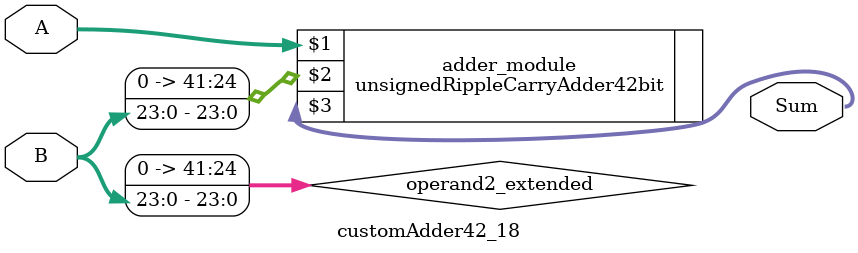
<source format=v>
module customAdder42_18(
                        input [41 : 0] A,
                        input [23 : 0] B,
                        
                        output [42 : 0] Sum
                );

        wire [41 : 0] operand2_extended;
        
        assign operand2_extended =  {18'b0, B};
        
        unsignedRippleCarryAdder42bit adder_module(
            A,
            operand2_extended,
            Sum
        );
        
        endmodule
        
</source>
